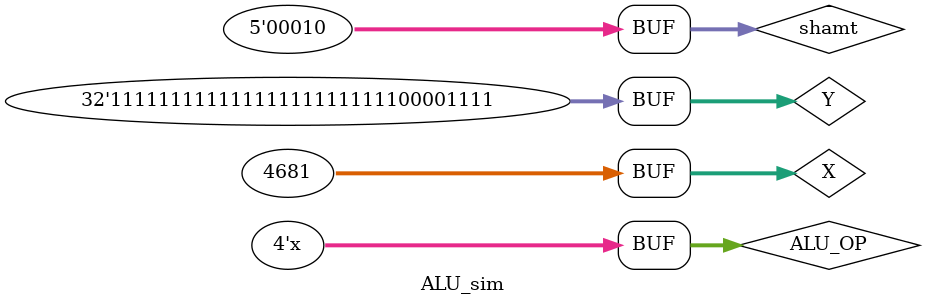
<source format=v>
`timescale 1ns / 1ps

module ALU_sim();
    reg [31:0] X, Y;
    reg [3:0] ALU_OP;
    reg [4:0] shamt;
    wire [31:0]Result1, Result2;
    wire OF, UOF, Equal;
    initial begin
        X <= 32'h1249;
        Y <= 32'hFFFFFF0F;
        ALU_OP <= 0;
        shamt <= 2;
    end
    always begin
        #10 ALU_OP = (ALU_OP + 1)%16;
    end
    ALU ALU1 (X, Y, ALU_OP, shamt, Result1, Result2, OF, UOF, Equal);

endmodule

</source>
